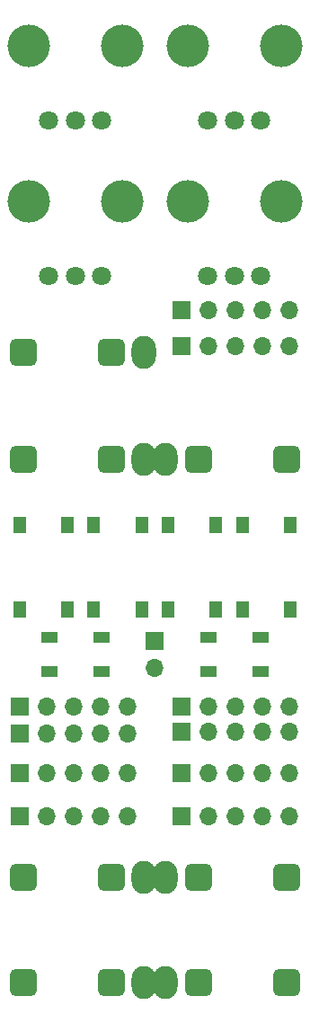
<source format=gbr>
%TF.GenerationSoftware,KiCad,Pcbnew,(6.0.0-0)*%
%TF.CreationDate,2022-01-16T08:33:06+00:00*%
%TF.ProjectId,curly-memory-interface-board,6375726c-792d-46d6-956d-6f72792d696e,rev?*%
%TF.SameCoordinates,Original*%
%TF.FileFunction,Soldermask,Top*%
%TF.FilePolarity,Negative*%
%FSLAX46Y46*%
G04 Gerber Fmt 4.6, Leading zero omitted, Abs format (unit mm)*
G04 Created by KiCad (PCBNEW (6.0.0-0)) date 2022-01-16 08:33:06*
%MOMM*%
%LPD*%
G01*
G04 APERTURE LIST*
G04 Aperture macros list*
%AMRoundRect*
0 Rectangle with rounded corners*
0 $1 Rounding radius*
0 $2 $3 $4 $5 $6 $7 $8 $9 X,Y pos of 4 corners*
0 Add a 4 corners polygon primitive as box body*
4,1,4,$2,$3,$4,$5,$6,$7,$8,$9,$2,$3,0*
0 Add four circle primitives for the rounded corners*
1,1,$1+$1,$2,$3*
1,1,$1+$1,$4,$5*
1,1,$1+$1,$6,$7*
1,1,$1+$1,$8,$9*
0 Add four rect primitives between the rounded corners*
20,1,$1+$1,$2,$3,$4,$5,0*
20,1,$1+$1,$4,$5,$6,$7,0*
20,1,$1+$1,$6,$7,$8,$9,0*
20,1,$1+$1,$8,$9,$2,$3,0*%
G04 Aperture macros list end*
%ADD10O,2.300000X3.100000*%
%ADD11RoundRect,0.650000X0.650000X-0.650000X0.650000X0.650000X-0.650000X0.650000X-0.650000X-0.650000X0*%
%ADD12R,1.300000X1.550000*%
%ADD13R,1.500000X1.000000*%
%ADD14C,4.000000*%
%ADD15C,1.800000*%
%ADD16R,1.700000X1.700000*%
%ADD17O,1.700000X1.700000*%
%ADD18RoundRect,0.650000X-0.650000X0.650000X-0.650000X-0.650000X0.650000X-0.650000X0.650000X0.650000X0*%
G04 APERTURE END LIST*
D10*
%TO.C,J8*%
X13980000Y-85000000D03*
D11*
X2580000Y-85000000D03*
X10880000Y-85000000D03*
%TD*%
D10*
%TO.C,J10*%
X13980000Y-94900000D03*
D11*
X2580000Y-94900000D03*
X10880000Y-94900000D03*
%TD*%
D12*
%TO.C,SW3*%
X6750000Y-59775000D03*
X6750000Y-51825000D03*
X2250000Y-59775000D03*
X2250000Y-51825000D03*
%TD*%
D13*
%TO.C,D1*%
X9950000Y-65600000D03*
X9950000Y-62400000D03*
X5050000Y-62400000D03*
X5050000Y-65600000D03*
%TD*%
D10*
%TO.C,J1*%
X13980000Y-35600000D03*
D11*
X2580000Y-35600000D03*
X10880000Y-35600000D03*
%TD*%
D12*
%TO.C,SW2*%
X23250000Y-51825000D03*
X23250000Y-59775000D03*
X27750000Y-51825000D03*
X27750000Y-59775000D03*
%TD*%
D14*
%TO.C,RV2*%
X18100000Y-6700000D03*
X26900000Y-6700000D03*
D15*
X25000000Y-13700000D03*
X22500000Y-13700000D03*
X20000000Y-13700000D03*
%TD*%
D10*
%TO.C,J2*%
X13980000Y-45700000D03*
D11*
X2580000Y-45700000D03*
X10880000Y-45700000D03*
%TD*%
D14*
%TO.C,RV1*%
X11900000Y-6700000D03*
X3100000Y-6700000D03*
D15*
X10000000Y-13700000D03*
X7500000Y-13700000D03*
X5000000Y-13700000D03*
%TD*%
D16*
%TO.C,J17*%
X15000000Y-62758000D03*
D17*
X15000000Y-65298000D03*
%TD*%
D10*
%TO.C,J11*%
X16020000Y-94900000D03*
D18*
X27420000Y-94900000D03*
X19120000Y-94900000D03*
%TD*%
D16*
%TO.C,J16*%
X17540000Y-68900000D03*
D17*
X20080000Y-68900000D03*
X22620000Y-68900000D03*
X25160000Y-68900000D03*
X27700000Y-68900000D03*
%TD*%
D10*
%TO.C,J3*%
X16020000Y-45700000D03*
D18*
X27420000Y-45700000D03*
X19120000Y-45700000D03*
%TD*%
D14*
%TO.C,RV3*%
X11900000Y-21400000D03*
X3100000Y-21400000D03*
D15*
X10000000Y-28400000D03*
X7500000Y-28400000D03*
X5000000Y-28400000D03*
%TD*%
D13*
%TO.C,D2*%
X24950000Y-65600000D03*
X24950000Y-62400000D03*
X20050000Y-62400000D03*
X20050000Y-65600000D03*
%TD*%
D12*
%TO.C,SW4*%
X13750000Y-59775000D03*
X13750000Y-51825000D03*
X9250000Y-59775000D03*
X9250000Y-51825000D03*
%TD*%
D16*
%TO.C,J15*%
X17540000Y-75200000D03*
D17*
X20080000Y-75200000D03*
X22620000Y-75200000D03*
X25160000Y-75200000D03*
X27700000Y-75200000D03*
%TD*%
D12*
%TO.C,SW1*%
X16250000Y-51825000D03*
X16250000Y-59775000D03*
X20750000Y-51825000D03*
X20750000Y-59775000D03*
%TD*%
D16*
%TO.C,J13*%
X2300000Y-75200000D03*
D17*
X4840000Y-75200000D03*
X7380000Y-75200000D03*
X9920000Y-75200000D03*
X12460000Y-75200000D03*
%TD*%
D14*
%TO.C,RV4*%
X26900000Y-21400000D03*
X18100000Y-21400000D03*
D15*
X25000000Y-28400000D03*
X22500000Y-28400000D03*
X20000000Y-28400000D03*
%TD*%
D10*
%TO.C,J9*%
X16020000Y-85000000D03*
D18*
X27420000Y-85000000D03*
X19120000Y-85000000D03*
%TD*%
D16*
%TO.C,J12*%
X2300000Y-68900000D03*
D17*
X4840000Y-68900000D03*
X7380000Y-68900000D03*
X9920000Y-68900000D03*
X12460000Y-68900000D03*
%TD*%
D16*
%TO.C,J14*%
X17540000Y-71300000D03*
D17*
X20080000Y-71300000D03*
X22620000Y-71300000D03*
X25160000Y-71300000D03*
X27700000Y-71300000D03*
%TD*%
D16*
%TO.C,J7*%
X2300000Y-79250000D03*
D17*
X4840000Y-79250000D03*
X7380000Y-79250000D03*
X9920000Y-79250000D03*
X12460000Y-79250000D03*
%TD*%
D16*
%TO.C,J6*%
X2300000Y-71500000D03*
D17*
X4840000Y-71500000D03*
X7380000Y-71500000D03*
X9920000Y-71500000D03*
X12460000Y-71500000D03*
%TD*%
D16*
%TO.C,J4*%
X17540000Y-31600000D03*
D17*
X20080000Y-31600000D03*
X22620000Y-31600000D03*
X25160000Y-31600000D03*
X27700000Y-31600000D03*
%TD*%
D16*
%TO.C,J18*%
X17540000Y-35000000D03*
D17*
X20080000Y-35000000D03*
X22620000Y-35000000D03*
X25160000Y-35000000D03*
X27700000Y-35000000D03*
%TD*%
D16*
%TO.C,J5*%
X17540000Y-79250000D03*
D17*
X20080000Y-79250000D03*
X22620000Y-79250000D03*
X25160000Y-79250000D03*
X27700000Y-79250000D03*
%TD*%
M02*

</source>
